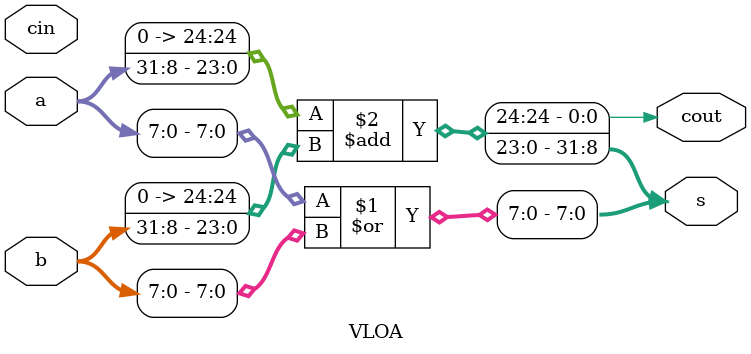
<source format=v>
module VLOA
    #(
        parameter width = 32,
        parameter approxWidth = 8
    )(
        input  [width-1:0] a,
        input  [width-1:0] b,
        input              cin,
        output [width-1:0] s,
        output             cout
    );

    assign {cout, s} = {{1'b0, a[width-1:approxWidth]} + {1'b0, b[width-1:approxWidth]}, a[approxWidth-1:0] | b[approxWidth-1:0]};
endmodule
</source>
